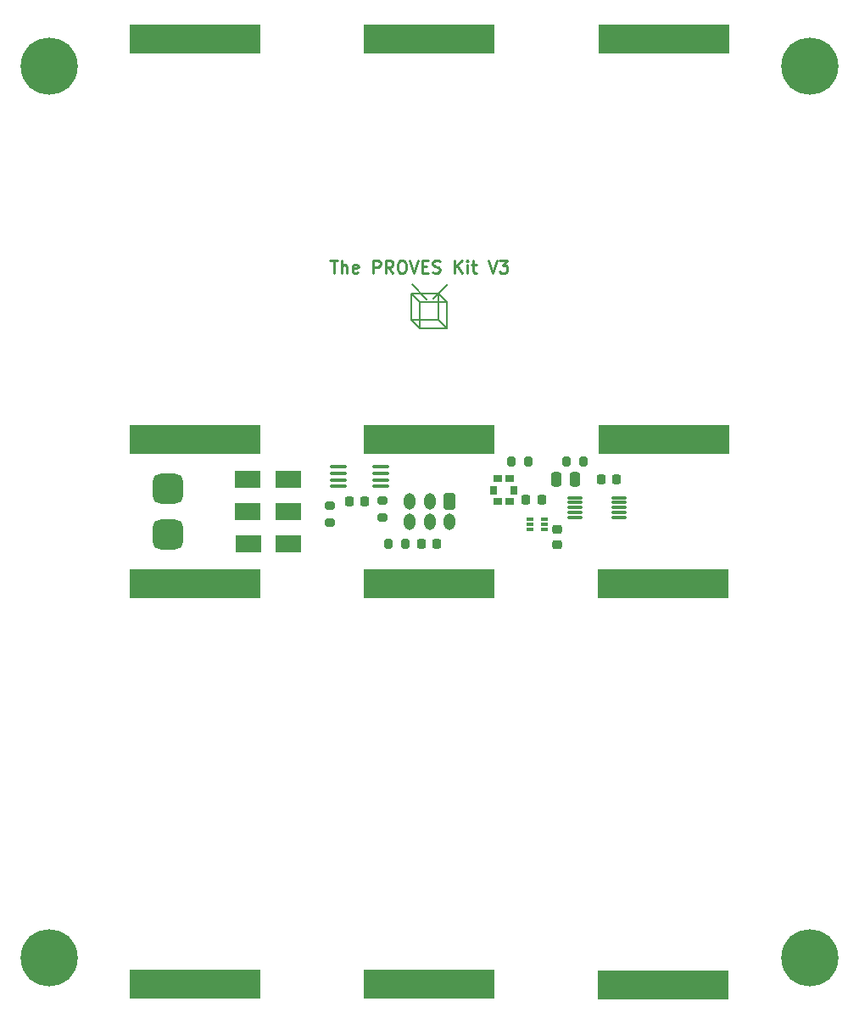
<source format=gbr>
%TF.GenerationSoftware,KiCad,Pcbnew,9.0.0*%
%TF.CreationDate,2025-09-25T12:09:15-07:00*%
%TF.ProjectId,XY_Faces_V3,58595f46-6163-4657-935f-56332e6b6963,3.0*%
%TF.SameCoordinates,Original*%
%TF.FileFunction,Soldermask,Top*%
%TF.FilePolarity,Negative*%
%FSLAX46Y46*%
G04 Gerber Fmt 4.6, Leading zero omitted, Abs format (unit mm)*
G04 Created by KiCad (PCBNEW 9.0.0) date 2025-09-25 12:09:15*
%MOMM*%
%LPD*%
G01*
G04 APERTURE LIST*
G04 Aperture macros list*
%AMRoundRect*
0 Rectangle with rounded corners*
0 $1 Rounding radius*
0 $2 $3 $4 $5 $6 $7 $8 $9 X,Y pos of 4 corners*
0 Add a 4 corners polygon primitive as box body*
4,1,4,$2,$3,$4,$5,$6,$7,$8,$9,$2,$3,0*
0 Add four circle primitives for the rounded corners*
1,1,$1+$1,$2,$3*
1,1,$1+$1,$4,$5*
1,1,$1+$1,$6,$7*
1,1,$1+$1,$8,$9*
0 Add four rect primitives between the rounded corners*
20,1,$1+$1,$2,$3,$4,$5,0*
20,1,$1+$1,$4,$5,$6,$7,0*
20,1,$1+$1,$6,$7,$8,$9,0*
20,1,$1+$1,$8,$9,$2,$3,0*%
G04 Aperture macros list end*
%ADD10C,0.200000*%
%ADD11C,0.250000*%
%ADD12R,0.790000X0.850000*%
%ADD13R,0.850000X0.790000*%
%ADD14C,5.700000*%
%ADD15R,13.000000X3.000000*%
%ADD16RoundRect,0.750000X0.750000X-0.750000X0.750000X0.750000X-0.750000X0.750000X-0.750000X-0.750000X0*%
%ADD17RoundRect,0.087500X-0.250000X-0.087500X0.250000X-0.087500X0.250000X0.087500X-0.250000X0.087500X0*%
%ADD18R,2.500000X1.700000*%
%ADD19O,1.690000X0.360000*%
%ADD20RoundRect,0.225000X-0.225000X-0.250000X0.225000X-0.250000X0.225000X0.250000X-0.225000X0.250000X0*%
%ADD21RoundRect,0.200000X0.275000X-0.200000X0.275000X0.200000X-0.275000X0.200000X-0.275000X-0.200000X0*%
%ADD22RoundRect,0.225000X-0.250000X0.225000X-0.250000X-0.225000X0.250000X-0.225000X0.250000X0.225000X0*%
%ADD23RoundRect,0.250000X0.250000X0.475000X-0.250000X0.475000X-0.250000X-0.475000X0.250000X-0.475000X0*%
%ADD24RoundRect,0.200000X-0.275000X0.200000X-0.275000X-0.200000X0.275000X-0.200000X0.275000X0.200000X0*%
%ADD25RoundRect,0.200000X-0.200000X-0.275000X0.200000X-0.275000X0.200000X0.275000X-0.200000X0.275000X0*%
%ADD26RoundRect,0.225000X0.225000X0.250000X-0.225000X0.250000X-0.225000X-0.250000X0.225000X-0.250000X0*%
%ADD27RoundRect,0.218750X0.218750X0.256250X-0.218750X0.256250X-0.218750X-0.256250X0.218750X-0.256250X0*%
%ADD28RoundRect,0.075000X-0.650000X-0.075000X0.650000X-0.075000X0.650000X0.075000X-0.650000X0.075000X0*%
%ADD29RoundRect,0.250000X0.350000X0.575000X-0.350000X0.575000X-0.350000X-0.575000X0.350000X-0.575000X0*%
%ADD30O,1.200000X1.650000*%
G04 APERTURE END LIST*
D10*
X144880000Y-93520000D02*
X146350000Y-92050000D01*
X142700000Y-92950000D02*
X143550000Y-93800000D01*
X144200000Y-93540000D02*
X142720000Y-92060000D01*
X143550000Y-96500000D02*
X146250000Y-96500000D01*
X146250000Y-96500000D02*
X146250000Y-93800000D01*
X142700000Y-95650000D02*
X145400000Y-95650000D01*
X146250000Y-93800000D02*
X143550000Y-93800000D01*
X145400000Y-92950000D02*
X146250000Y-93800000D01*
X142700000Y-95650000D02*
X142700000Y-92950000D01*
X143550000Y-93800000D02*
X143550000Y-96500000D01*
X143550000Y-96500000D02*
X142700000Y-95650000D01*
X145400000Y-95650000D02*
X145400000Y-92950000D01*
X145400000Y-95650000D02*
X146250000Y-96500000D01*
X145400000Y-92950000D02*
X142700000Y-92950000D01*
D11*
X134583520Y-89684023D02*
X135297806Y-89684023D01*
X134940663Y-90934023D02*
X134940663Y-89684023D01*
X135714473Y-90934023D02*
X135714473Y-89684023D01*
X136250187Y-90934023D02*
X136250187Y-90279261D01*
X136250187Y-90279261D02*
X136190663Y-90160214D01*
X136190663Y-90160214D02*
X136071615Y-90100690D01*
X136071615Y-90100690D02*
X135893044Y-90100690D01*
X135893044Y-90100690D02*
X135773996Y-90160214D01*
X135773996Y-90160214D02*
X135714473Y-90219738D01*
X137321615Y-90874500D02*
X137202567Y-90934023D01*
X137202567Y-90934023D02*
X136964472Y-90934023D01*
X136964472Y-90934023D02*
X136845425Y-90874500D01*
X136845425Y-90874500D02*
X136785901Y-90755452D01*
X136785901Y-90755452D02*
X136785901Y-90279261D01*
X136785901Y-90279261D02*
X136845425Y-90160214D01*
X136845425Y-90160214D02*
X136964472Y-90100690D01*
X136964472Y-90100690D02*
X137202567Y-90100690D01*
X137202567Y-90100690D02*
X137321615Y-90160214D01*
X137321615Y-90160214D02*
X137381139Y-90279261D01*
X137381139Y-90279261D02*
X137381139Y-90398309D01*
X137381139Y-90398309D02*
X136785901Y-90517357D01*
X138869235Y-90934023D02*
X138869235Y-89684023D01*
X138869235Y-89684023D02*
X139345425Y-89684023D01*
X139345425Y-89684023D02*
X139464473Y-89743547D01*
X139464473Y-89743547D02*
X139523996Y-89803071D01*
X139523996Y-89803071D02*
X139583520Y-89922119D01*
X139583520Y-89922119D02*
X139583520Y-90100690D01*
X139583520Y-90100690D02*
X139523996Y-90219738D01*
X139523996Y-90219738D02*
X139464473Y-90279261D01*
X139464473Y-90279261D02*
X139345425Y-90338785D01*
X139345425Y-90338785D02*
X138869235Y-90338785D01*
X140833520Y-90934023D02*
X140416854Y-90338785D01*
X140119235Y-90934023D02*
X140119235Y-89684023D01*
X140119235Y-89684023D02*
X140595425Y-89684023D01*
X140595425Y-89684023D02*
X140714473Y-89743547D01*
X140714473Y-89743547D02*
X140773996Y-89803071D01*
X140773996Y-89803071D02*
X140833520Y-89922119D01*
X140833520Y-89922119D02*
X140833520Y-90100690D01*
X140833520Y-90100690D02*
X140773996Y-90219738D01*
X140773996Y-90219738D02*
X140714473Y-90279261D01*
X140714473Y-90279261D02*
X140595425Y-90338785D01*
X140595425Y-90338785D02*
X140119235Y-90338785D01*
X141607330Y-89684023D02*
X141845425Y-89684023D01*
X141845425Y-89684023D02*
X141964473Y-89743547D01*
X141964473Y-89743547D02*
X142083520Y-89862595D01*
X142083520Y-89862595D02*
X142143044Y-90100690D01*
X142143044Y-90100690D02*
X142143044Y-90517357D01*
X142143044Y-90517357D02*
X142083520Y-90755452D01*
X142083520Y-90755452D02*
X141964473Y-90874500D01*
X141964473Y-90874500D02*
X141845425Y-90934023D01*
X141845425Y-90934023D02*
X141607330Y-90934023D01*
X141607330Y-90934023D02*
X141488282Y-90874500D01*
X141488282Y-90874500D02*
X141369235Y-90755452D01*
X141369235Y-90755452D02*
X141309711Y-90517357D01*
X141309711Y-90517357D02*
X141309711Y-90100690D01*
X141309711Y-90100690D02*
X141369235Y-89862595D01*
X141369235Y-89862595D02*
X141488282Y-89743547D01*
X141488282Y-89743547D02*
X141607330Y-89684023D01*
X142500187Y-89684023D02*
X142916854Y-90934023D01*
X142916854Y-90934023D02*
X143333520Y-89684023D01*
X143750188Y-90279261D02*
X144166854Y-90279261D01*
X144345426Y-90934023D02*
X143750188Y-90934023D01*
X143750188Y-90934023D02*
X143750188Y-89684023D01*
X143750188Y-89684023D02*
X144345426Y-89684023D01*
X144821616Y-90874500D02*
X145000187Y-90934023D01*
X145000187Y-90934023D02*
X145297806Y-90934023D01*
X145297806Y-90934023D02*
X145416854Y-90874500D01*
X145416854Y-90874500D02*
X145476378Y-90814976D01*
X145476378Y-90814976D02*
X145535901Y-90695928D01*
X145535901Y-90695928D02*
X145535901Y-90576880D01*
X145535901Y-90576880D02*
X145476378Y-90457833D01*
X145476378Y-90457833D02*
X145416854Y-90398309D01*
X145416854Y-90398309D02*
X145297806Y-90338785D01*
X145297806Y-90338785D02*
X145059711Y-90279261D01*
X145059711Y-90279261D02*
X144940663Y-90219738D01*
X144940663Y-90219738D02*
X144881140Y-90160214D01*
X144881140Y-90160214D02*
X144821616Y-90041166D01*
X144821616Y-90041166D02*
X144821616Y-89922119D01*
X144821616Y-89922119D02*
X144881140Y-89803071D01*
X144881140Y-89803071D02*
X144940663Y-89743547D01*
X144940663Y-89743547D02*
X145059711Y-89684023D01*
X145059711Y-89684023D02*
X145357330Y-89684023D01*
X145357330Y-89684023D02*
X145535901Y-89743547D01*
X147023997Y-90934023D02*
X147023997Y-89684023D01*
X147738282Y-90934023D02*
X147202568Y-90219738D01*
X147738282Y-89684023D02*
X147023997Y-90398309D01*
X148273997Y-90934023D02*
X148273997Y-90100690D01*
X148273997Y-89684023D02*
X148214473Y-89743547D01*
X148214473Y-89743547D02*
X148273997Y-89803071D01*
X148273997Y-89803071D02*
X148333520Y-89743547D01*
X148333520Y-89743547D02*
X148273997Y-89684023D01*
X148273997Y-89684023D02*
X148273997Y-89803071D01*
X148690663Y-90100690D02*
X149166854Y-90100690D01*
X148869235Y-89684023D02*
X148869235Y-90755452D01*
X148869235Y-90755452D02*
X148928758Y-90874500D01*
X148928758Y-90874500D02*
X149047806Y-90934023D01*
X149047806Y-90934023D02*
X149166854Y-90934023D01*
X150357330Y-89684023D02*
X150773997Y-90934023D01*
X150773997Y-90934023D02*
X151190663Y-89684023D01*
X151488283Y-89684023D02*
X152262092Y-89684023D01*
X152262092Y-89684023D02*
X151845426Y-90160214D01*
X151845426Y-90160214D02*
X152023997Y-90160214D01*
X152023997Y-90160214D02*
X152143045Y-90219738D01*
X152143045Y-90219738D02*
X152202569Y-90279261D01*
X152202569Y-90279261D02*
X152262092Y-90398309D01*
X152262092Y-90398309D02*
X152262092Y-90695928D01*
X152262092Y-90695928D02*
X152202569Y-90814976D01*
X152202569Y-90814976D02*
X152143045Y-90874500D01*
X152143045Y-90874500D02*
X152023997Y-90934023D01*
X152023997Y-90934023D02*
X151666854Y-90934023D01*
X151666854Y-90934023D02*
X151547807Y-90874500D01*
X151547807Y-90874500D02*
X151488283Y-90814976D01*
D12*
%TO.C,U7*%
X152940000Y-112600000D03*
D13*
X152500000Y-111450000D03*
X151300000Y-111450000D03*
D12*
X150860000Y-112600000D03*
D13*
X151300000Y-113750000D03*
X152500000Y-113750000D03*
%TD*%
D14*
%TO.C,J2*%
X106500000Y-70300000D03*
%TD*%
%TO.C,J3*%
X106500000Y-159300000D03*
%TD*%
%TO.C,J4*%
X182500000Y-70300000D03*
%TD*%
%TO.C,J5*%
X182500000Y-159300000D03*
%TD*%
D15*
%TO.C,SC5*%
X167860000Y-67570000D03*
X167860000Y-107570000D03*
%TD*%
D16*
%TO.C,TP1*%
X118370000Y-112450000D03*
%TD*%
D17*
%TO.C,U2*%
X154537500Y-115500000D03*
X154537500Y-116000000D03*
X154537500Y-116500000D03*
X155962500Y-116500000D03*
X155962500Y-116000000D03*
X155962500Y-115500000D03*
%TD*%
D18*
%TO.C,D3*%
X126400000Y-118000000D03*
X130400000Y-118000000D03*
%TD*%
D19*
%TO.C,U4*%
X135350000Y-110270000D03*
X135350000Y-110930000D03*
X135350000Y-111580000D03*
X135350000Y-112230000D03*
X139650000Y-112230000D03*
X139650000Y-111580000D03*
X139650000Y-110930000D03*
X139650000Y-110270000D03*
%TD*%
D20*
%TO.C,C6*%
X136475000Y-113750000D03*
X138025000Y-113750000D03*
%TD*%
D16*
%TO.C,TP2*%
X118360000Y-117050000D03*
%TD*%
D18*
%TO.C,D1*%
X126360000Y-111540000D03*
X130360000Y-111540000D03*
%TD*%
D15*
%TO.C,SC3*%
X144490000Y-67570000D03*
X144490000Y-107570000D03*
%TD*%
D21*
%TO.C,R2*%
X134500000Y-115825000D03*
X134500000Y-114175000D03*
%TD*%
D15*
%TO.C,SC4*%
X144450000Y-121940000D03*
X144450000Y-161940000D03*
%TD*%
%TO.C,SC2*%
X121120000Y-121920000D03*
X121120000Y-161920000D03*
%TD*%
D20*
%TO.C,C4*%
X154125000Y-113600000D03*
X155675000Y-113600000D03*
%TD*%
D18*
%TO.C,D2*%
X126360000Y-114750000D03*
X130360000Y-114750000D03*
%TD*%
D15*
%TO.C,SC6*%
X167850000Y-121950000D03*
X167850000Y-161950000D03*
%TD*%
D22*
%TO.C,C2*%
X157250000Y-116500000D03*
X157250000Y-118050000D03*
%TD*%
D23*
%TO.C,C5*%
X159050000Y-111500000D03*
X157150000Y-111500000D03*
%TD*%
D24*
%TO.C,R4*%
X139750000Y-113675000D03*
X139750000Y-115325000D03*
%TD*%
D25*
%TO.C,R6*%
X152675000Y-109750000D03*
X154325000Y-109750000D03*
%TD*%
%TO.C,R5*%
X158175000Y-109750000D03*
X159825000Y-109750000D03*
%TD*%
D26*
%TO.C,C3*%
X163175000Y-111500000D03*
X161625000Y-111500000D03*
%TD*%
D27*
%TO.C,D4*%
X145250000Y-118000000D03*
X143674998Y-118000000D03*
%TD*%
D15*
%TO.C,SC1*%
X121090000Y-67570000D03*
X121090000Y-107570000D03*
%TD*%
D25*
%TO.C,R1*%
X140425000Y-118000000D03*
X142075000Y-118000000D03*
%TD*%
D28*
%TO.C,U3*%
X158980000Y-113350000D03*
X158980000Y-113850000D03*
X158980000Y-114350000D03*
X158980000Y-114850000D03*
X158980000Y-115350000D03*
X163380000Y-115350000D03*
X163380000Y-114850000D03*
X163380000Y-114350000D03*
X163380000Y-113850000D03*
X163380000Y-113350000D03*
%TD*%
D29*
%TO.C,CN1*%
X146500001Y-113750001D03*
D30*
X146500001Y-115750002D03*
X144500000Y-113750001D03*
X144500001Y-115750001D03*
X142500001Y-113750001D03*
X142500000Y-115750001D03*
%TD*%
M02*

</source>
